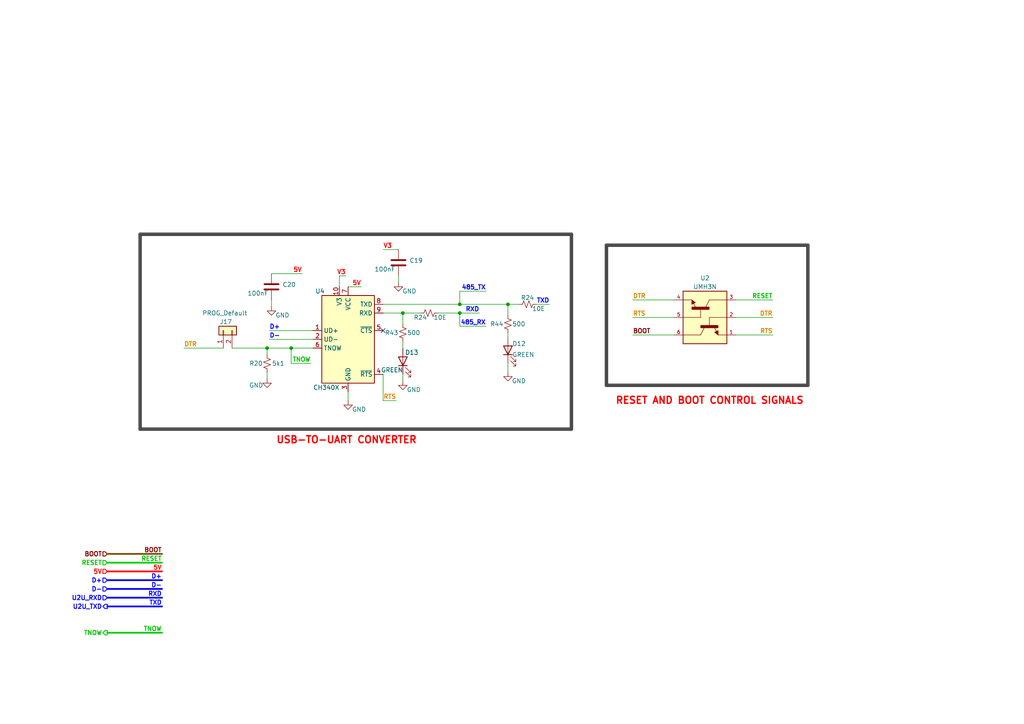
<source format=kicad_sch>
(kicad_sch (version 20230121) (generator eeschema)
  (paper "A4")
  (title_block (title "HARDWARE TINKERERS ESP32-S3 DB") (rev "1.0.0") (company "HW-TINKERERS (hw.tinkerers@gmail.com)") (comment 1 "Email: bhandarkasrishtikr111@gmail.com") (comment 2 "Author: Srishtik Bhandarkar") (comment 3 "Email: vaibhavkhatri00@gmail.com") (comment 4 "Author: Vaibhav Khatri") (comment 5 "Official HW-Tinkerers email: hw.tinkerers@gmail.com"))
  (lib_symbols
    (symbol "ESP32-S3_DB:C" (pin_numbers hide) (pin_names (offset 0.254))
      (property "Reference" "C" (at 0.635 2.54 0))
      (property "Value" "C" (at 0.635 -2.54 0))
      (symbol "C_0_1"
        (polyline (pts (xy -2.032 -0.762) (xy 2.032 -0.762)) (stroke (width 0.508)))
        (polyline (pts (xy -2.032 0.762) (xy 2.032 0.762)) (stroke (width 0.508)))
      )
      (symbol "C_1_1"
        (pin passive line (at 0 3.81 270) (length 2.794) (name "~") (number "1"))
        (pin passive line (at 0 -3.81 90) (length 2.794) (name "~") (number "2"))
      )
    )
    (symbol "ESP32-S3_DB:CH340X"
      (property "Reference" "U" (at -5.08 13.97 0))
      (property "Value" "CH340X" (at 1.27 13.97 0))
      (symbol "CH340X_0_1"
        (rectangle (start -7.62 12.7) (end 7.62 -12.7) (stroke (width 0.254)) (fill (type background)))
      )
      (symbol "CH340X_1_1"
        (pin bidirectional line (at -10.16 2.54 0) (length 2.54) (name "UD+") (number "1"))
        (pin passive line (at -2.54 15.24 270) (length 2.54) (name "V3") (number "10"))
        (pin bidirectional line (at -10.16 0 0) (length 2.54) (name "UD-") (number "2"))
        (pin power_in line (at 0 -15.24 90) (length 2.54) (name "GND") (number "3"))
        (pin output line (at 10.16 -10.16 180) (length 2.54) (name "~{RTS}") (number "4"))
        (pin input line (at 10.16 2.54 180) (length 2.54) (name "~{CTS}") (number "5"))
        (pin output line (at -10.16 -2.54 0) (length 2.54) (name "TNOW") (number "6"))
        (pin power_in line (at 0 15.24 270) (length 2.54) (name "VCC") (number "7"))
        (pin output line (at 10.16 10.16 180) (length 2.54) (name "TXD") (number "8"))
        (pin input line (at 10.16 7.62 180) (length 2.54) (name "RXD") (number "9"))
      )
    )
    (symbol "ESP32-S3_DB:Conn_01x02" (pin_names (offset 1.016) hide)
      (property "Reference" "J" (at 0 2.54 0))
      (property "Value" "Conn_01x02" (at 0 -5.08 0))
      (symbol "Conn_01x02_1_1"
        (rectangle (start -1.27 -2.413) (end 0 -2.667) (stroke (width 0.1524)))
        (rectangle (start -1.27 0.127) (end 0 -0.127) (stroke (width 0.1524)))
        (rectangle (start -1.27 1.27) (end 1.27 -3.81) (stroke (width 0.254)) (fill (type background)))
        (pin passive line (at -5.08 0 0) (length 3.81) (name "Pin_1") (number "1"))
        (pin passive line (at -5.08 -2.54 0) (length 3.81) (name "Pin_2") (number "2"))
      )
    )
    (symbol "ESP32-S3_DB:GND" (power) (pin_names (offset 0))
      (property "Value" "GND" (at 0 -3.81 0))
      (symbol "GND_0_1"
        (polyline (pts (xy 0 0) (xy 0 -1.27) (xy 1.27 -1.27) (xy 0 -2.54) (xy -1.27 -1.27) (xy 0 -1.27)))
      )
      (symbol "GND_1_1"
        (pin power_in line (at 0 0 270) (length 0) hide (name "GND") (number "1"))
      )
    )
    (symbol "ESP32-S3_DB:LED" (pin_numbers hide) (pin_names (offset 1.016) hide)
      (property "Reference" "D" (at 0 2.54 0))
      (property "Value" "LED" (at 0 -2.54 0))
      (symbol "LED_0_1"
        (polyline (pts (xy -1.27 -1.27) (xy -1.27 1.27)) (stroke (width 0.254)))
        (polyline (pts (xy -1.27 0) (xy 1.27 0)))
        (polyline (pts (xy 1.27 -1.27) (xy 1.27 1.27) (xy -1.27 0) (xy 1.27 -1.27)) (stroke (width 0.254)))
        (polyline (pts (xy -3.048 -0.762) (xy -4.572 -2.286) (xy -3.81 -2.286) (xy -4.572 -2.286) (xy -4.572 -1.524)))
        (polyline (pts (xy -1.778 -0.762) (xy -3.302 -2.286) (xy -2.54 -2.286) (xy -3.302 -2.286) (xy -3.302 -1.524)))
      )
      (symbol "LED_1_1"
        (pin passive line (at -3.81 0 0) (length 2.54) (name "K") (number "1"))
        (pin passive line (at 3.81 0 180) (length 2.54) (name "A") (number "2"))
      )
    )
    (symbol "ESP32-S3_DB:R_Small_US" (pin_numbers hide) (pin_names (offset 0.254) hide)
      (property "Reference" "R" (at 0.762 0.508 0))
      (property "Value" "R_Small_US" (at 0.762 -1.016 0))
      (symbol "R_Small_US_1_1"
        (polyline (pts (xy 0 0) (xy 1.016 -0.381) (xy 0 -0.762) (xy -1.016 -1.143) (xy 0 -1.524)))
        (polyline (pts (xy 0 1.524) (xy 1.016 1.143) (xy 0 0.762) (xy -1.016 0.381) (xy 0 0)))
        (pin passive line (at 0 2.54 270) (length 1.016) (name "~") (number "1"))
        (pin passive line (at 0 -2.54 90) (length 1.016) (name "~") (number "2"))
      )
    )
    (symbol "ESP32-S3_DB:UMH3N" (pin_names (offset 1.016))
      (property "Reference" "U" (at 2.54 0 0))
      (property "Value" "UMH3N" (at 2.54 -2.54 0))
      (symbol "UMH3N_0_0"
        (rectangle (start -12.7 -7.62) (end 2.54 5.08) (stroke (width 0.254)) (fill (type background)))
        (rectangle (start -8.128 -5.08) (end -7.366 0) (stroke (width 0.1)) (fill (type outline)))
        (rectangle (start -2.794 -2.54) (end -2.032 2.54) (stroke (width 0.1)) (fill (type outline)))
        (polyline (pts (xy -10.16 -5.08) (xy -10.16 -7.62)) (stroke (width 0.15)))
        (polyline (pts (xy -10.16 -5.08) (xy -8.89 -5.08)) (stroke (width 0.1524)))
        (polyline (pts (xy -10.16 0) (xy -10.16 5.08)) (stroke (width 0.15)))
        (polyline (pts (xy -10.16 0) (xy -8.128 -1.016)) (stroke (width 0.1524)))
        (polyline (pts (xy -9.906 -4.953) (xy -9.398 -4.318)) (stroke (width 0.254)))
        (polyline (pts (xy -9.525 -4.826) (xy -9.398 -4.572)) (stroke (width 0.254)))
        (polyline (pts (xy -9.398 -4.318) (xy -9.144 -4.826)) (stroke (width 0.254)))
        (polyline (pts (xy -9.398 -4.064) (xy -10.16 -5.08)) (stroke (width 0.1524)))
        (polyline (pts (xy -9.16 -4.58) (xy -7.928 -3.964)) (stroke (width 0.1524)))
        (polyline (pts (xy -9.144 -4.953) (xy -9.906 -4.953)) (stroke (width 0.254)))
        (polyline (pts (xy -9.144 -4.826) (xy -9.525 -4.826)) (stroke (width 0.254)))
        (polyline (pts (xy -8.89 -5.08) (xy -9.398 -4.064)) (stroke (width 0.1524)))
        (polyline (pts (xy -7.62 -2.54) (xy -5.08 -2.54)) (stroke (width 0.15)))
        (polyline (pts (xy -5.08 -2.54) (xy -5.08 -7.62)) (stroke (width 0.15)))
        (polyline (pts (xy -5.08 0) (xy -5.08 5.08)) (stroke (width 0.15)))
        (polyline (pts (xy -2.54 0) (xy -5.08 0)) (stroke (width 0.15)))
        (polyline (pts (xy -1.27 2.54) (xy -0.762 1.524)) (stroke (width 0.1524)))
        (polyline (pts (xy -1.016 2.286) (xy -0.635 2.286)) (stroke (width 0.254)))
        (polyline (pts (xy -1.016 2.413) (xy -0.254 2.413)) (stroke (width 0.254)))
        (polyline (pts (xy -1 2.04) (xy -2.232 1.424)) (stroke (width 0.1524)))
        (polyline (pts (xy -0.762 1.524) (xy 0 2.54)) (stroke (width 0.1524)))
        (polyline (pts (xy -0.762 1.778) (xy -1.016 2.286)) (stroke (width 0.254)))
        (polyline (pts (xy -0.635 2.286) (xy -0.762 2.032)) (stroke (width 0.254)))
        (polyline (pts (xy -0.254 2.413) (xy -0.762 1.778)) (stroke (width 0.254)))
        (polyline (pts (xy 0 -2.54) (xy -2.032 -1.524)) (stroke (width 0.1524)))
        (polyline (pts (xy 0 -2.54) (xy 0 -7.62)) (stroke (width 0.1524)))
        (polyline (pts (xy 0 2.54) (xy -1.27 2.54)) (stroke (width 0.1524)))
        (polyline (pts (xy 0 5.08) (xy 0 2.54)) (stroke (width 0.15)))
        (pin output line (at -10.16 -10.16 90) (length 2.54) (name "~") (number "1"))
        (pin input line (at -5.08 -10.16 90) (length 2.54) (name "~") (number "2"))
        (pin input line (at 0 -10.16 90) (length 2.54) (name "~") (number "3"))
        (pin output line (at 0 7.62 270) (length 2.54) (name "~") (number "4"))
        (pin input line (at -5.08 7.62 270) (length 2.54) (name "~") (number "5"))
        (pin input line (at -10.16 7.62 270) (length 2.54) (name "~") (number "6"))
      )
    )
  )
  (junction (at 147.32 88.265))
  (junction (at 133.35 88.265))
  (junction (at 116.84 90.805))
  (junction (at 77.47 100.965))
  (junction (at 84.455 100.965))
  (junction (at 133.35 90.805))
  (no_connect (at 111.125 95.885))
  (wire (pts (xy 77.47 107.95) (xy 77.47 109.855)))
  (wire (pts (xy 77.47 100.965) (xy 77.47 102.87)))
  (wire (pts (xy 116.84 100.965) (xy 116.84 99.06)))
  (wire (pts (xy 100.965 116.205) (xy 100.965 113.665)))
  (wire (pts (xy 67.31 100.965) (xy 77.47 100.965)))
  (wire (pts (xy 183.515 97.155) (xy 195.58 97.155)))
  (wire (pts (xy 111.125 116.205) (xy 114.935 116.205)))
  (wire (pts (xy 53.34 100.965) (xy 64.77 100.965)))
  (wire (pts (xy 46.99 173.355) (xy 31.115 173.355)) (stroke (width 0.5) (color 0 0 255 1)))
  (wire (pts (xy 147.32 88.265) (xy 150.495 88.265)))
  (wire (pts (xy 111.125 88.265) (xy 133.35 88.265)))
  (wire (pts (xy 31.115 160.655) (xy 46.99 160.655)) (stroke (width 0.5) (color 128 77 0 1)))
  (wire (pts (xy 84.455 105.41) (xy 84.455 100.965)))
  (bus (pts (xy 175.895 71.12) (xy 234.315 71.12)) (stroke (width 1) (color 72 72 72 1)))
  (bus (pts (xy 234.315 111.76) (xy 175.895 111.76)) (stroke (width 1) (color 72 72 72 1)))
  (bus (pts (xy 165.735 67.945) (xy 165.735 124.46)) (stroke (width 1) (color 72 72 72 1)))
  (wire (pts (xy 31.115 163.195) (xy 46.99 163.195)) (stroke (width 0.5) (color 0 194 0 1)))
  (wire (pts (xy 133.35 88.265) (xy 147.32 88.265)))
  (wire (pts (xy 78.105 98.425) (xy 90.805 98.425)))
  (wire (pts (xy 133.35 94.615) (xy 140.97 94.615)))
  (wire (pts (xy 78.105 95.885) (xy 90.805 95.885)))
  (wire (pts (xy 78.74 88.9) (xy 78.74 86.995)))
  (wire (pts (xy 213.36 97.155) (xy 224.155 97.155)))
  (wire (pts (xy 121.92 90.805) (xy 116.84 90.805)))
  (wire (pts (xy 116.84 93.98) (xy 116.84 90.805)))
  (wire (pts (xy 104.775 83.185) (xy 100.965 83.185)))
  (wire (pts (xy 147.32 96.52) (xy 147.32 97.79)))
  (wire (pts (xy 139.065 90.805) (xy 133.35 90.805)))
  (wire (pts (xy 31.115 165.735) (xy 46.99 165.735)) (stroke (width 0.5) (color 255 0 0 1)))
  (wire (pts (xy 84.455 100.965) (xy 90.805 100.965)))
  (wire (pts (xy 183.515 86.995) (xy 195.58 86.995)))
  (wire (pts (xy 213.36 86.995) (xy 224.155 86.995)))
  (wire (pts (xy 100.33 80.01) (xy 98.425 80.01)))
  (wire (pts (xy 98.425 80.01) (xy 98.425 83.185)))
  (wire (pts (xy 155.575 88.265) (xy 159.385 88.265)))
  (wire (pts (xy 46.99 168.275) (xy 31.115 168.275)) (stroke (width 0.5) (color 0 0 255 1)))
  (bus (pts (xy 40.64 67.945) (xy 165.735 67.945)) (stroke (width 1) (color 72 72 72 1)))
  (bus (pts (xy 234.315 71.12) (xy 234.315 111.76)) (stroke (width 1) (color 72 72 72 1)))
  (bus (pts (xy 165.735 124.46) (xy 40.64 124.46)) (stroke (width 1) (color 72 72 72 1)))
  (wire (pts (xy 116.84 90.805) (xy 111.125 90.805)))
  (wire (pts (xy 90.17 105.41) (xy 84.455 105.41)))
  (wire (pts (xy 87.63 79.375) (xy 78.74 79.375)))
  (wire (pts (xy 183.515 92.075) (xy 195.58 92.075)))
  (wire (pts (xy 213.36 92.075) (xy 224.155 92.075)))
  (wire (pts (xy 147.32 91.44) (xy 147.32 88.265)))
  (bus (pts (xy 175.895 71.12) (xy 175.895 111.76)) (stroke (width 1) (color 72 72 72 1)))
  (wire (pts (xy 77.47 100.965) (xy 84.455 100.965)))
  (wire (pts (xy 46.99 170.815) (xy 31.115 170.815)) (stroke (width 0.5) (color 0 0 255 1)))
  (wire (pts (xy 46.99 175.895) (xy 31.115 175.895)) (stroke (width 0.5) (color 0 0 255 1)))
  (wire (pts (xy 115.57 81.915) (xy 115.57 80.01)))
  (wire (pts (xy 133.35 84.455) (xy 140.97 84.455)))
  (wire (pts (xy 116.84 110.49) (xy 116.84 108.585)))
  (wire (pts (xy 111.125 72.39) (xy 115.57 72.39)))
  (bus (pts (xy 40.64 67.945) (xy 40.64 124.46)) (stroke (width 1) (color 72 72 72 1)))
  (wire (pts (xy 46.99 183.515) (xy 31.115 183.515)) (stroke (width 0.5) (color 0 194 0 1)))
  (wire (pts (xy 133.35 90.805) (xy 127 90.805)))
  (wire (pts (xy 147.32 105.41) (xy 147.32 107.95)))
  (wire (pts (xy 133.35 94.615) (xy 133.35 90.805)))
  (wire (pts (xy 111.125 108.585) (xy 111.125 116.205)))
  (wire (pts (xy 133.35 84.455) (xy 133.35 88.265)))
  (text "USB-TO-UART CONVERTER" (at 80.01 128.905 0) (effects (font (size 2 2) bold) (justify left bottom)))
  (text "RESET AND BOOT CONTROL SIGNALS" (at 178.435 117.475 0) (effects (font (size 2 2) bold) (justify left bottom)))
  (label "TNOW" (at 46.99 183.515 180) (effects (font (thickness 0.254) bold)))
  (label "V3" (at 111.125 72.39 0) (effects (font (thickness 0.254) bold)))
  (label "TXD" (at 159.385 88.265 180) (effects (font bold)))
  (label "485_TX" (at 140.97 84.455 180) (effects (font bold)))
  (label "RTS" (at 114.935 116.205 180) (effects (font bold)))
  (label "BOOT" (at 46.99 160.655 180) (effects (font bold)))
  (label "DTR" (at 53.34 100.965 0) (effects (font bold)))
  (label "RTS" (at 183.515 92.075 0) (effects (font bold)))
  (label "5V" (at 104.775 83.185 180) (effects (font bold)))
  (label "BOOT" (at 183.515 97.155 0) (effects (font bold)))
  (label "TNOW" (at 90.17 105.41 180) (effects (font (thickness 0.254) bold)))
  (label "V3" (at 100.33 80.01 180) (effects (font (thickness 0.254) bold)))
  (label "D-" (at 78.105 98.425 0) (effects (font bold)))
  (label "TXD" (at 46.99 175.895 180) (effects (font bold)))
  (label "D+" (at 46.99 168.275 180) (effects (font bold)))
  (label "5V" (at 46.99 165.735 180) (effects (font bold)))
  (label "5V" (at 87.63 79.375 180) (effects (font bold)))
  (label "RESET" (at 46.99 163.195 180) (effects (font bold)))
  (label "RESET" (at 224.155 86.995 180) (effects (font bold)))
  (label "D-" (at 46.99 170.815 180) (effects (font bold)))
  (label "485_RX" (at 140.97 94.615 180) (effects (font bold)))
  (label "DTR" (at 224.155 92.075 180) (effects (font bold)))
  (label "D+" (at 78.105 95.885 0) (effects (font bold)))
  (label "RXD" (at 46.99 173.355 180) (effects (font bold)))
  (label "RTS" (at 224.155 97.155 180) (effects (font bold)))
  (label "RXD" (at 139.065 90.805 180) (effects (font bold)))
  (label "DTR" (at 183.515 86.995 0) (effects (font bold)))
  (hierarchical_label "D-" (shape input) (at 31.115 170.815 180) (effects (font (thickness 0.254) bold)))
  (hierarchical_label "5V" (shape input) (at 31.115 165.735 180) (effects (font (thickness 0.254) bold)))
  (hierarchical_label "U2U_TXD" (shape output) (at 31.115 175.895 180) (effects (font (thickness 0.254) bold)))
  (hierarchical_label "RESET" (shape input) (at 31.115 163.195 180) (effects (font bold)))
  (hierarchical_label "U2U_RXD" (shape input) (at 31.115 173.355 180) (effects (font (thickness 0.254) bold)))
  (hierarchical_label "D+" (shape input) (at 31.115 168.275 180) (effects (font (thickness 0.254) bold)))
  (hierarchical_label "BOOT" (shape input) (at 31.115 160.655 180) (effects (font bold)))
  (hierarchical_label "TNOW" (shape output) (at 31.115 183.515 180) (effects (font (thickness 0.254) bold)))
  (symbol (lib_id "ESP32-S3_DB:LED") (at 116.84 104.775 90) (unit 1)
    (property "Reference" "D13" (at 117.475 102.235 90) (effects (justify right)))
    (property "Value" "GREEN" (at 110.49 107.315 90) (effects (justify right)))
    (property "Footprint" "ESP32-S3_Dev_Board:LED_0603_1608Metric" (effects hide))
    (property "PN" "NCD0603C1" (effects hide))
  )
  (symbol (lib_id "ESP32-S3_DB:R_Small_US") (at 147.32 93.98 180) (unit 1)
    (property "Reference" "R44" (at 146.05 93.98 0) (effects (justify left)))
    (property "Value" "500" (at 152.4 93.98 0) (effects (justify left)))
    (property "Footprint" "ESP32-S3_Dev_Board:R_0402_1005Metric" (effects hide))
    (property "PN" "RC0402FR-07499RL" (effects hide))
  )
  (symbol (lib_id "ESP32-S3_DB:R_Small_US") (at 77.47 105.41 180) (unit 1)
    (property "Reference" "R20" (at 76.2 105.41 0) (effects (justify left)))
    (property "Value" "5k1" (at 82.55 105.41 0) (effects (justify left)))
    (property "Footprint" "ESP32-S3_Dev_Board:R_0402_1005Metric" (effects hide))
    (property "PN" "RC0402FR-075K1L" (effects hide))
  )
  (symbol (lib_id "ESP32-S3_DB:GND") (at 147.32 107.95 0) (unit 1)
    (property "Reference" "#PWR059" (effects hide))
    (property "Value" "GND" (at 150.495 110.49 0))
  )
  (symbol (lib_id "ESP32-S3_DB:GND") (at 100.965 116.205 0) (unit 1)
    (property "Reference" "#PWR031" (effects hide))
    (property "Value" "GND" (at 104.14 118.745 0))
  )
  (symbol (lib_id "ESP32-S3_DB:R_Small_US") (at 153.035 88.265 90) (unit 1)
    (property "Reference" "R24" (at 153.035 86.36 90))
    (property "Value" "10E" (at 156.21 89.535 90))
    (property "Footprint" "ESP32-S3_Dev_Board:R_0402_1005Metric" (effects hide))
    (property "PN" "RTT02100JTH" (effects hide))
    (instances (project "ESP32-S3_DB" (path "" (reference "R24") (unit 1)) (path "" (reference "R45") (unit 1))))
  )
  (symbol (lib_id "ESP32-S3_DB:GND") (at 78.74 88.9 0) (unit 1)
    (property "Reference" "#PWR030" (effects hide))
    (property "Value" "GND" (at 81.915 91.44 0))
  )
  (symbol (lib_id "ESP32-S3_DB:GND") (at 115.57 81.915 0) (unit 1)
    (property "Reference" "#PWR029" (effects hide))
    (property "Value" "GND" (at 118.745 84.455 0))
  )
  (symbol (lib_id "ESP32-S3_DB:R_Small_US") (at 116.84 96.52 180) (unit 1)
    (property "Reference" "R43" (at 115.57 96.52 0) (effects (justify left)))
    (property "Value" "500" (at 121.92 96.52 0) (effects (justify left)))
    (property "Footprint" "ESP32-S3_Dev_Board:R_0402_1005Metric" (effects hide))
    (property "PN" "RC0402FR-07499RL" (effects hide))
  )
  (symbol (lib_id "ESP32-S3_DB:UMH3N") (at 203.2 86.995 90) (unit 1)
    (property "Reference" "U2" (at 204.47 80.645 90))
    (property "Value" "UMH3N" (at 204.47 83.185 90))
    (property "Footprint" "ESP32-S3_Dev_Board:SC-70-6_L2.2-W1.3-P0.65-LS2.1-BR" (effects hide))
    (property "PN" "UMH3N" (effects hide))
  )
  (symbol (lib_id "ESP32-S3_DB:Conn_01x02") (at 64.77 95.885 90) (unit 1)
    (property "Reference" "J17" (at 67.31 93.345 90) (effects (justify left)))
    (property "Value" "PROG_Default" (at 71.755 90.805 90) (effects (justify left)))
    (property "Footprint" "ESP32-S3_Dev_Board:PinHeader_1x02_P1.27mm_Vertical" (effects hide))
    (instances (project "ESP32-S3_DB" (path "" (reference "J17") (unit 1)) (path "" (reference "J20") (unit 1)) (path "" (reference "J22") (unit 1))))
  )
  (symbol (lib_id "ESP32-S3_DB:C") (at 115.57 76.2 180) (unit 1)
    (property "Reference" "C19" (at 118.745 75.565 0) (effects (justify right)))
    (property "Value" "100nF" (at 108.585 78.105 0) (effects (justify right)))
    (property "Footprint" "ESP32-S3_Dev_Board:C_0402_1005Metric" (effects hide))
    (property "PN" "EMK107B7104KAHT" (effects hide))
  )
  (symbol (lib_id "ESP32-S3_DB:GND") (at 116.84 110.49 0) (unit 1)
    (property "Reference" "#PWR058" (effects hide))
    (property "Value" "GND" (at 120.015 113.03 0))
  )
  (symbol (lib_id "ESP32-S3_DB:R_Small_US") (at 124.46 90.805 90) (unit 1)
    (property "Reference" "R24" (at 121.92 92.075 90))
    (property "Value" "10E" (at 127.635 92.075 90))
    (property "Footprint" "ESP32-S3_Dev_Board:R_0402_1005Metric" (effects hide))
    (property "PN" "RTT02100JTH" (effects hide))
    (instances (project "ESP32-S3_DB" (path "" (reference "R24") (unit 1)) (path "" (reference "R46") (unit 1))))
  )
  (symbol (lib_id "ESP32-S3_DB:C") (at 78.74 83.185 180) (unit 1)
    (property "Reference" "C20" (at 81.915 82.55 0) (effects (justify right)))
    (property "Value" "100nF" (at 71.755 85.09 0) (effects (justify right)))
    (property "Footprint" "ESP32-S3_Dev_Board:C_0402_1005Metric" (effects hide))
    (property "PN" "EMK107B7104KAHT" (effects hide))
  )
  (symbol (lib_id "ESP32-S3_DB:LED") (at 147.32 101.6 90) (unit 1)
    (property "Reference" "D12" (at 148.59 99.695 90) (effects (justify right)))
    (property "Value" "GREEN" (at 148.59 102.87 90) (effects (justify right)))
    (property "Footprint" "ESP32-S3_Dev_Board:LED_0603_1608Metric" (effects hide))
    (property "PN" "NCD0603C1" (effects hide))
  )
  (symbol (lib_id "ESP32-S3_DB:CH340X") (at 100.965 98.425 0) (unit 1)
    (property "Reference" "U4" (at 91.44 84.455 0) (effects (justify left)))
    (property "Value" "CH340X" (at 90.805 112.395 0) (effects (justify left)))
    (property "Footprint" "ESP32-S3_Dev_Board:MSOP-10_3x3mm_P0.5mm" (effects hide))
    (property "Datasheet" "https://www.mpja.com/download/35227cpdata.pdf" (effects hide))
    (property "PN" "CH340X" (effects hide))
  )
  (symbol (lib_id "ESP32-S3_DB:GND") (at 77.47 109.855 0) (unit 1)
    (property "Reference" "#PWR032" (effects hide))
    (property "Value" "GND" (at 74.295 111.76 0))
  )
)
</source>
